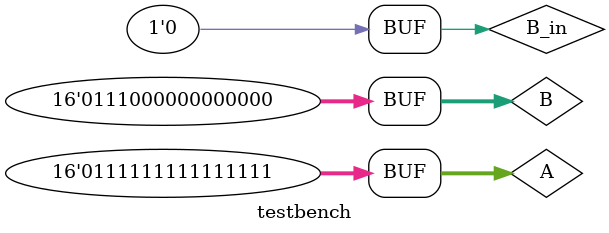
<source format=sv>
module testbench();
	logic [15:0] A, B;
	logic B_in;
	logic [15:0] Diff;
	logic B_out;
	Subtractor_16bit dut(A[15:0], B[15:0], B_in, Diff[15:0], B_out);
	initial begin
	A = 16'h0321; B = 16'h0132; B_in = 0; #60;
	A = 16'hFFFF; B = 16'h0001; B_in = 0; #60;
    	A = 16'h0001; B = 16'hFFFF; B_in = 0; #60;
    	A = 16'hAAAA; B = 16'h5555; B_in = 0; #60;
    	A = 16'h5555; B = 16'hAAAA; B_in = 0; #60;
    	A = 16'h8000; B = 16'h7FFF; B_in = 0; #60;
    	A = 16'h8000; B = 16'h0001; B_in = 0; #60;
    	A = 16'h7FFF; B = 16'h7000; B_in = 0; #60;
	end
endmodule
</source>
